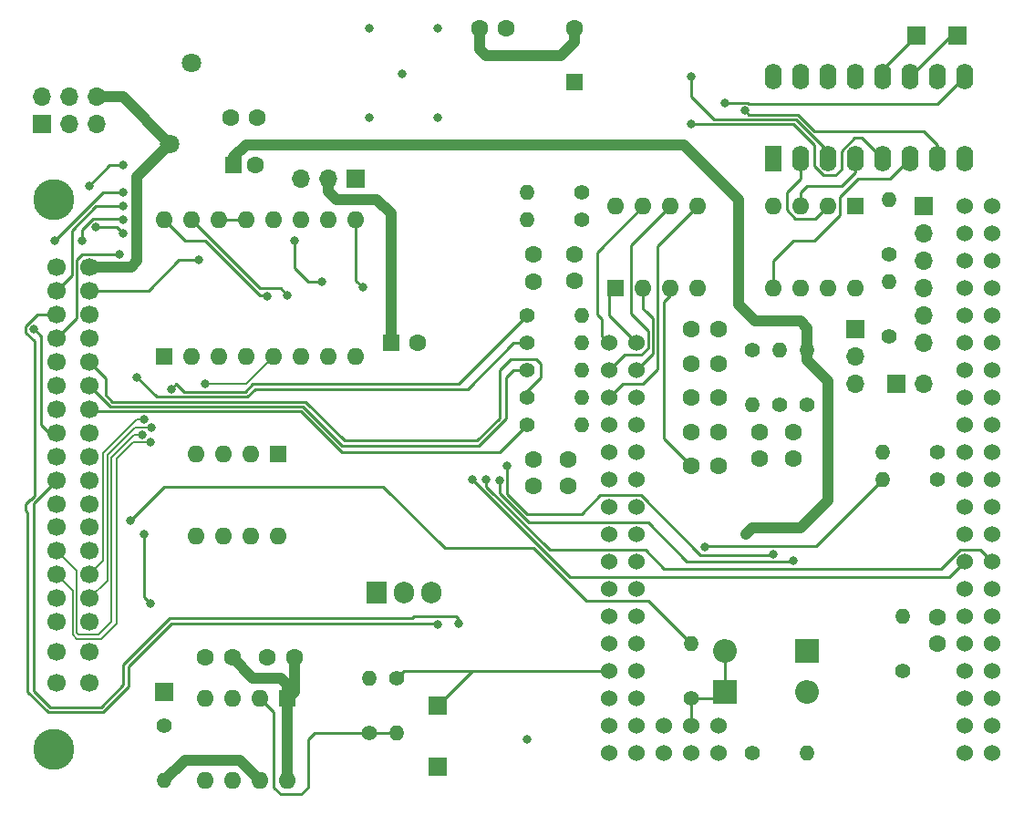
<source format=gbl>
G04 #@! TF.GenerationSoftware,KiCad,Pcbnew,(6.0.1)*
G04 #@! TF.CreationDate,2022-02-28T18:52:36-05:00*
G04 #@! TF.ProjectId,klxecu,6b6c7865-6375-42e6-9b69-6361645f7063,rev?*
G04 #@! TF.SameCoordinates,Original*
G04 #@! TF.FileFunction,Copper,L4,Bot*
G04 #@! TF.FilePolarity,Positive*
%FSLAX46Y46*%
G04 Gerber Fmt 4.6, Leading zero omitted, Abs format (unit mm)*
G04 Created by KiCad (PCBNEW (6.0.1)) date 2022-02-28 18:52:36*
%MOMM*%
%LPD*%
G01*
G04 APERTURE LIST*
G04 #@! TA.AperFunction,ComponentPad*
%ADD10R,1.700000X1.700000*%
G04 #@! TD*
G04 #@! TA.AperFunction,ComponentPad*
%ADD11C,1.524000*%
G04 #@! TD*
G04 #@! TA.AperFunction,ComponentPad*
%ADD12R,1.600000X2.400000*%
G04 #@! TD*
G04 #@! TA.AperFunction,ComponentPad*
%ADD13O,1.600000X2.400000*%
G04 #@! TD*
G04 #@! TA.AperFunction,ComponentPad*
%ADD14C,1.400000*%
G04 #@! TD*
G04 #@! TA.AperFunction,ComponentPad*
%ADD15O,1.400000X1.400000*%
G04 #@! TD*
G04 #@! TA.AperFunction,ComponentPad*
%ADD16R,1.600000X1.600000*%
G04 #@! TD*
G04 #@! TA.AperFunction,ComponentPad*
%ADD17O,1.600000X1.600000*%
G04 #@! TD*
G04 #@! TA.AperFunction,WasherPad*
%ADD18C,3.800000*%
G04 #@! TD*
G04 #@! TA.AperFunction,ComponentPad*
%ADD19C,1.700000*%
G04 #@! TD*
G04 #@! TA.AperFunction,ComponentPad*
%ADD20C,1.800000*%
G04 #@! TD*
G04 #@! TA.AperFunction,ComponentPad*
%ADD21R,1.905000X2.000000*%
G04 #@! TD*
G04 #@! TA.AperFunction,ComponentPad*
%ADD22O,1.905000X2.000000*%
G04 #@! TD*
G04 #@! TA.AperFunction,ComponentPad*
%ADD23O,1.700000X1.700000*%
G04 #@! TD*
G04 #@! TA.AperFunction,ComponentPad*
%ADD24R,2.200000X2.200000*%
G04 #@! TD*
G04 #@! TA.AperFunction,ComponentPad*
%ADD25O,2.200000X2.200000*%
G04 #@! TD*
G04 #@! TA.AperFunction,ComponentPad*
%ADD26C,1.600000*%
G04 #@! TD*
G04 #@! TA.AperFunction,ViaPad*
%ADD27C,0.800000*%
G04 #@! TD*
G04 #@! TA.AperFunction,Conductor*
%ADD28C,0.250000*%
G04 #@! TD*
G04 #@! TA.AperFunction,Conductor*
%ADD29C,1.000000*%
G04 #@! TD*
G04 #@! TA.AperFunction,Conductor*
%ADD30C,0.200000*%
G04 #@! TD*
G04 APERTURE END LIST*
D10*
X125095000Y-40640000D03*
X128905000Y-40640000D03*
D11*
X132080000Y-64135000D03*
X129540000Y-64135000D03*
X132080000Y-61595000D03*
X129540000Y-61595000D03*
X96520000Y-69215000D03*
X99060000Y-69215000D03*
X96520000Y-71755000D03*
X99060000Y-71755000D03*
X96520000Y-74295000D03*
X99060000Y-74295000D03*
X96520000Y-76835000D03*
X99060000Y-76835000D03*
X96520000Y-79375000D03*
X99060000Y-79375000D03*
X96520000Y-81915000D03*
X99060000Y-81915000D03*
X96520000Y-84455000D03*
X99060000Y-84455000D03*
X96520000Y-86995000D03*
X99060000Y-86995000D03*
X129540000Y-66675000D03*
X129540000Y-71755000D03*
X132080000Y-71755000D03*
X129540000Y-74295000D03*
X132080000Y-74295000D03*
X129540000Y-76835000D03*
X132080000Y-76835000D03*
X129540000Y-79375000D03*
X132080000Y-79375000D03*
X129540000Y-81915000D03*
X132080000Y-81915000D03*
X129540000Y-84455000D03*
X132080000Y-84455000D03*
X129540000Y-86995000D03*
X132080000Y-86995000D03*
X129540000Y-89535000D03*
X132080000Y-89535000D03*
X129540000Y-92075000D03*
X132080000Y-92075000D03*
X129540000Y-94615000D03*
X132080000Y-94615000D03*
X129540000Y-97155000D03*
X132080000Y-97155000D03*
X129540000Y-99695000D03*
X132080000Y-99695000D03*
X129540000Y-102235000D03*
X132080000Y-102235000D03*
X129540000Y-104775000D03*
X132080000Y-104775000D03*
X129540000Y-107315000D03*
X132080000Y-107315000D03*
X96520000Y-89535000D03*
X99060000Y-89535000D03*
X96520000Y-92075000D03*
X99060000Y-92075000D03*
X96520000Y-94615000D03*
X99060000Y-94615000D03*
X96520000Y-97155000D03*
X99060000Y-97155000D03*
X96520000Y-99695000D03*
X99060000Y-99695000D03*
X96520000Y-102235000D03*
X99060000Y-102235000D03*
X96520000Y-104775000D03*
X99060000Y-104775000D03*
X96520000Y-107315000D03*
X99060000Y-107315000D03*
X101600000Y-107315000D03*
X101600000Y-104775000D03*
X104140000Y-107315000D03*
X104140000Y-104775000D03*
X106680000Y-107315000D03*
X106680000Y-104775000D03*
X129540000Y-59055000D03*
X132080000Y-59055000D03*
X132080000Y-66675000D03*
X129540000Y-69215000D03*
X132080000Y-69215000D03*
X132080000Y-56515000D03*
X129540000Y-56515000D03*
D12*
X111775000Y-52085000D03*
D13*
X114315000Y-52085000D03*
X116855000Y-52085000D03*
X119395000Y-52085000D03*
X121935000Y-52085000D03*
X124475000Y-52085000D03*
X127015000Y-52085000D03*
X129555000Y-52085000D03*
X129555000Y-44465000D03*
X127015000Y-44465000D03*
X124475000Y-44465000D03*
X121935000Y-44465000D03*
X119395000Y-44465000D03*
X116855000Y-44465000D03*
X114315000Y-44465000D03*
X111775000Y-44465000D03*
D14*
X104140000Y-102235000D03*
D15*
X104140000Y-97155000D03*
D16*
X66675000Y-102235000D03*
D17*
X64135000Y-102235000D03*
X61595000Y-102235000D03*
X59055000Y-102235000D03*
X59055000Y-109855000D03*
X61595000Y-109855000D03*
X64135000Y-109855000D03*
X66675000Y-109855000D03*
D18*
X44960000Y-55940000D03*
X44960000Y-106940000D03*
D19*
X48260000Y-62140000D03*
X48260000Y-64340000D03*
X48260000Y-66540000D03*
X48260000Y-68740000D03*
X48260000Y-70940000D03*
X48260000Y-73140000D03*
X48260000Y-75340000D03*
X48260000Y-77540000D03*
X48260000Y-79740000D03*
X48260000Y-81940000D03*
X48260000Y-84140000D03*
X48260000Y-86340000D03*
X48260000Y-88540000D03*
X48260000Y-90740000D03*
X48260000Y-92940000D03*
X48260000Y-95140000D03*
X48260000Y-97940000D03*
X48260000Y-100740000D03*
X45260000Y-62140000D03*
X45260000Y-64340000D03*
X45260000Y-66540000D03*
X45260000Y-68740000D03*
X45260000Y-70940000D03*
X45260000Y-73140000D03*
X45260000Y-75340000D03*
X45260000Y-77540000D03*
X45260000Y-79740000D03*
X45260000Y-81940000D03*
X45260000Y-84140000D03*
X45260000Y-86340000D03*
X45260000Y-88540000D03*
X45260000Y-90740000D03*
X45260000Y-92940000D03*
X45260000Y-95140000D03*
X45260000Y-97940000D03*
X45260000Y-100740000D03*
D20*
X55755000Y-50740000D03*
X57755000Y-43240000D03*
D14*
X109855000Y-107315000D03*
D15*
X114935000Y-107315000D03*
X55245000Y-109855000D03*
D14*
X55245000Y-104775000D03*
X74295000Y-105410000D03*
D15*
X74295000Y-100330000D03*
D14*
X76835000Y-100330000D03*
D15*
X76835000Y-105410000D03*
X121920000Y-81915000D03*
D14*
X127000000Y-81915000D03*
X127000000Y-79375000D03*
D15*
X121920000Y-79375000D03*
D14*
X123825000Y-99695000D03*
D15*
X123825000Y-94615000D03*
D14*
X88900000Y-76835000D03*
D15*
X93980000Y-76835000D03*
D14*
X88900000Y-66675000D03*
D15*
X93980000Y-66675000D03*
D14*
X88900000Y-71755000D03*
D15*
X93980000Y-71755000D03*
D14*
X93980000Y-57785000D03*
D15*
X88900000Y-57785000D03*
D14*
X109855000Y-69850000D03*
D15*
X109855000Y-74930000D03*
D14*
X88900000Y-74295000D03*
D15*
X93980000Y-74295000D03*
D14*
X88900000Y-69215000D03*
D15*
X93980000Y-69215000D03*
X112395000Y-69850000D03*
D14*
X112395000Y-74930000D03*
D15*
X114935000Y-69850000D03*
D14*
X114935000Y-74930000D03*
X93980000Y-55245000D03*
D15*
X88900000Y-55245000D03*
D14*
X122555000Y-68580000D03*
D15*
X122555000Y-63500000D03*
D14*
X122555000Y-60960000D03*
D15*
X122555000Y-55880000D03*
D21*
X74930000Y-92415000D03*
D22*
X77470000Y-92415000D03*
X80010000Y-92415000D03*
D10*
X123185000Y-73025000D03*
D23*
X125725000Y-73025000D03*
D10*
X73025000Y-53975000D03*
D23*
X70485000Y-53975000D03*
X67945000Y-53975000D03*
D10*
X119380000Y-67960000D03*
D23*
X119380000Y-70500000D03*
X119380000Y-73040000D03*
D10*
X80645000Y-108585000D03*
X55245000Y-101600000D03*
X80645000Y-102870000D03*
D16*
X65760000Y-79515000D03*
D17*
X63220000Y-79515000D03*
X60680000Y-79515000D03*
X58140000Y-79515000D03*
X58140000Y-87135000D03*
X60680000Y-87135000D03*
X63220000Y-87135000D03*
X65760000Y-87135000D03*
D16*
X119370000Y-56525000D03*
D17*
X116830000Y-56525000D03*
X114290000Y-56525000D03*
X111750000Y-56525000D03*
X111750000Y-64145000D03*
X114290000Y-64145000D03*
X116830000Y-64145000D03*
X119370000Y-64145000D03*
D10*
X125730000Y-56515000D03*
D23*
X125730000Y-59055000D03*
X125730000Y-61595000D03*
X125730000Y-64135000D03*
X125730000Y-66675000D03*
X125730000Y-69215000D03*
D10*
X43830000Y-48900000D03*
D23*
X43830000Y-46360000D03*
X46370000Y-48900000D03*
X46370000Y-46360000D03*
X48910000Y-48900000D03*
X48910000Y-46360000D03*
D16*
X97165000Y-64125000D03*
D17*
X99705000Y-64125000D03*
X102245000Y-64125000D03*
X104785000Y-64125000D03*
X104785000Y-56505000D03*
X102245000Y-56505000D03*
X99705000Y-56505000D03*
X97165000Y-56505000D03*
D24*
X107315000Y-101600000D03*
D25*
X114935000Y-101600000D03*
D24*
X114935000Y-97790000D03*
D25*
X107315000Y-97790000D03*
D16*
X76264888Y-69215000D03*
D26*
X78764888Y-69215000D03*
X61565000Y-98415000D03*
X59065000Y-98415000D03*
X67300000Y-98415000D03*
X64800000Y-98415000D03*
X127000000Y-94655000D03*
X127000000Y-97155000D03*
X104160000Y-80645000D03*
X106660000Y-80645000D03*
X104180000Y-67945000D03*
X106680000Y-67945000D03*
X104160000Y-74295000D03*
X106660000Y-74295000D03*
X89535000Y-80030000D03*
X89535000Y-82530000D03*
X89535000Y-61000000D03*
X89535000Y-63500000D03*
X110490000Y-79990000D03*
X110490000Y-77490000D03*
X104160000Y-77470000D03*
X106660000Y-77470000D03*
X104160000Y-71120000D03*
X106660000Y-71120000D03*
X113665000Y-77490000D03*
X113665000Y-79990000D03*
X92710000Y-80030000D03*
X92710000Y-82530000D03*
X93345000Y-63480000D03*
X93345000Y-60980000D03*
D16*
X93345000Y-44947651D03*
D26*
X93345000Y-39947651D03*
X86975000Y-40005000D03*
X84475000Y-40005000D03*
X61385000Y-48260000D03*
X63885000Y-48260000D03*
D16*
X61679888Y-52705000D03*
D26*
X63679888Y-52705000D03*
D16*
X55245000Y-70475000D03*
D17*
X57785000Y-70475000D03*
X60325000Y-70475000D03*
X62865000Y-70475000D03*
X65405000Y-70475000D03*
X67945000Y-70475000D03*
X70485000Y-70475000D03*
X73025000Y-70475000D03*
X73025000Y-57775000D03*
X70485000Y-57775000D03*
X67945000Y-57775000D03*
X65405000Y-57775000D03*
X62865000Y-57775000D03*
X60325000Y-57775000D03*
X57785000Y-57775000D03*
X55245000Y-57775000D03*
D27*
X88900000Y-106045000D03*
X109220000Y-86995000D03*
X80645000Y-95339500D03*
X82550000Y-95250000D03*
X111760000Y-88810500D03*
X87084500Y-80645000D03*
X69850000Y-63500000D03*
X67310000Y-59690000D03*
X51435000Y-52705000D03*
X43090500Y-67945000D03*
X48260000Y-54610000D03*
X113665000Y-89445500D03*
X86332844Y-81938801D03*
X85090000Y-81915000D03*
X83820000Y-81915000D03*
X64770000Y-64859500D03*
X73660000Y-64045500D03*
X66675000Y-64770000D03*
X105420579Y-88175500D03*
X107315000Y-46900500D03*
X104140000Y-44450000D03*
X104140000Y-48895000D03*
X109130500Y-47625000D03*
X45085000Y-59690000D03*
X51435000Y-55245000D03*
X53975000Y-93434500D03*
X53340000Y-86995000D03*
X52070000Y-85725000D03*
X53975000Y-78428551D03*
X53175935Y-77729051D03*
X51435000Y-57785000D03*
X47625000Y-59690000D03*
X52705000Y-72390000D03*
X48895000Y-58420000D03*
X51435000Y-59055000D03*
X53340000Y-76289500D03*
X59055000Y-73025000D03*
X54011811Y-77029551D03*
X58420000Y-61505500D03*
X55880000Y-73491940D03*
X51028540Y-60960000D03*
X51435000Y-56515000D03*
X77355000Y-44215000D03*
X74295000Y-48260000D03*
X80645000Y-48260000D03*
X80645000Y-40005000D03*
X74295000Y-40005000D03*
D28*
X68580000Y-106045000D02*
X69215000Y-105410000D01*
X69215000Y-105410000D02*
X74295000Y-105410000D01*
X68580000Y-110490000D02*
X68580000Y-106045000D01*
X67945000Y-111125000D02*
X68580000Y-110490000D01*
X66040000Y-111125000D02*
X67945000Y-111125000D01*
X65405000Y-110490000D02*
X66040000Y-111125000D01*
X65405000Y-103505000D02*
X65405000Y-110490000D01*
X64135000Y-102235000D02*
X65405000Y-103505000D01*
X74295000Y-105410000D02*
X76835000Y-105410000D01*
X77470000Y-99695000D02*
X76835000Y-100330000D01*
X83820000Y-99695000D02*
X77470000Y-99695000D01*
D29*
X62230000Y-107950000D02*
X64135000Y-109855000D01*
X57150000Y-107950000D02*
X62230000Y-107950000D01*
X55245000Y-109855000D02*
X57150000Y-107950000D01*
D28*
X43470886Y-66540000D02*
X45260000Y-66540000D01*
X42365989Y-67644897D02*
X43470886Y-66540000D01*
X42365989Y-68245103D02*
X42365989Y-67644897D01*
X43180000Y-69059114D02*
X42365989Y-68245103D01*
X43180000Y-83384282D02*
X43180000Y-69059114D01*
X42833793Y-83730489D02*
X43180000Y-83384282D01*
X42790397Y-83730489D02*
X42833793Y-83730489D01*
X42365989Y-84154897D02*
X42790397Y-83730489D01*
X42365989Y-84755103D02*
X42365989Y-84154897D01*
X42545000Y-84934114D02*
X42365989Y-84755103D01*
X44450000Y-103505000D02*
X42545000Y-101600000D01*
X51884520Y-101151198D02*
X49530718Y-103505000D01*
X49530718Y-103505000D02*
X44450000Y-103505000D01*
X51884520Y-99246198D02*
X51884520Y-101151198D01*
X55880718Y-95250000D02*
X51884520Y-99246198D01*
X42545000Y-101600000D02*
X42545000Y-84934114D01*
X80555500Y-95250000D02*
X55880718Y-95250000D01*
X80645000Y-95339500D02*
X80555500Y-95250000D01*
X43090500Y-84109500D02*
X45260000Y-81940000D01*
X43090500Y-101509782D02*
X43090500Y-84109500D01*
X44636198Y-103055480D02*
X43090500Y-101509782D01*
X49344520Y-103055480D02*
X44636198Y-103055480D01*
X51435000Y-99060000D02*
X51435000Y-100965000D01*
X51435000Y-100965000D02*
X49344520Y-103055480D01*
X55694520Y-94800480D02*
X51435000Y-99060000D01*
X78254406Y-94800480D02*
X55694520Y-94800480D01*
X82304587Y-94614989D02*
X78439897Y-94614989D01*
X78439897Y-94614989D02*
X78254406Y-94800480D01*
X82550000Y-94860402D02*
X82304587Y-94614989D01*
X82550000Y-95250000D02*
X82550000Y-94860402D01*
D29*
X66675000Y-102235000D02*
X66675000Y-109855000D01*
X66675000Y-100945000D02*
X66675000Y-102235000D01*
X66050000Y-100320000D02*
X66675000Y-100945000D01*
X61565000Y-98415000D02*
X63470000Y-100320000D01*
X63470000Y-100320000D02*
X66050000Y-100320000D01*
X67300000Y-101610000D02*
X66675000Y-102235000D01*
X67300000Y-98415000D02*
X67300000Y-101610000D01*
D28*
X83820000Y-99695000D02*
X80645000Y-102870000D01*
X96520000Y-99695000D02*
X83820000Y-99695000D01*
X53975000Y-93434500D02*
X53340000Y-92799500D01*
X53340000Y-92799500D02*
X53340000Y-86995000D01*
D29*
X111125000Y-86360000D02*
X109855000Y-86360000D01*
X116840000Y-83820000D02*
X115570000Y-85090000D01*
X115570000Y-85090000D02*
X114300000Y-86360000D01*
X116840000Y-80645000D02*
X116840000Y-83820000D01*
X116840000Y-72744949D02*
X116840000Y-80645000D01*
X114935000Y-70839949D02*
X116840000Y-72744949D01*
X114300000Y-86360000D02*
X111125000Y-86360000D01*
X114935000Y-69850000D02*
X114935000Y-70839949D01*
X109855000Y-86360000D02*
X109220000Y-86995000D01*
D28*
X115749011Y-88085989D02*
X121920000Y-81915000D01*
X105510090Y-88085989D02*
X115749011Y-88085989D01*
X105420579Y-88175500D02*
X105510090Y-88085989D01*
X88901436Y-85090000D02*
X87084500Y-83273064D01*
X87084500Y-83273064D02*
X87084500Y-80645000D01*
X95701511Y-83368489D02*
X93980000Y-85090000D01*
X99510049Y-83368489D02*
X95701511Y-83368489D01*
X105041560Y-88900000D02*
X99510049Y-83368489D01*
X93980000Y-85090000D02*
X88901436Y-85090000D01*
X111670500Y-88900000D02*
X105041560Y-88900000D01*
X111760000Y-88810500D02*
X111670500Y-88900000D01*
D29*
X114935000Y-67799511D02*
X114935000Y-69850000D01*
X110099755Y-67164511D02*
X114300000Y-67164511D01*
X114300000Y-67164511D02*
X114935000Y-67799511D01*
X108585000Y-55880000D02*
X108585000Y-65649756D01*
X103505000Y-50800000D02*
X108585000Y-55880000D01*
X62804399Y-50800000D02*
X103505000Y-50800000D01*
X61679888Y-51924511D02*
X62804399Y-50800000D01*
X108585000Y-65649756D02*
X110099755Y-67164511D01*
D30*
X46710969Y-92190969D02*
X45260000Y-90740000D01*
X46710969Y-96282608D02*
X46710969Y-92190969D01*
X50800000Y-95250000D02*
X49360970Y-96689030D01*
X52311455Y-78428551D02*
X50800000Y-79940006D01*
X50800000Y-79940006D02*
X50800000Y-95250000D01*
X47117391Y-96689030D02*
X46710969Y-96282608D01*
X53975000Y-78428551D02*
X52311455Y-78428551D01*
X49360970Y-96689030D02*
X47117391Y-96689030D01*
X47110489Y-90390489D02*
X45260000Y-88540000D01*
X47110489Y-96117122D02*
X47110489Y-90390489D01*
X47282878Y-96289511D02*
X47110489Y-96117122D01*
X49125489Y-96289511D02*
X47282878Y-96289511D01*
X50334520Y-95080480D02*
X49125489Y-96289511D01*
X50334520Y-89369514D02*
X50334520Y-95080480D01*
X50329040Y-79845960D02*
X50329040Y-89364034D01*
X53175935Y-77729051D02*
X52445949Y-77729051D01*
X50329040Y-89364034D02*
X50334520Y-89369514D01*
X52445949Y-77729051D02*
X50329040Y-79845960D01*
D28*
X43180000Y-67945000D02*
X43090500Y-67945000D01*
X43815000Y-76835000D02*
X43815000Y-68580000D01*
X44520000Y-77540000D02*
X43815000Y-76835000D01*
X43815000Y-68580000D02*
X43180000Y-67945000D01*
X45260000Y-77540000D02*
X44520000Y-77540000D01*
X89533564Y-88265000D02*
X94430075Y-93161511D01*
X94430075Y-93161511D02*
X100146511Y-93161511D01*
X81280000Y-88265000D02*
X89533564Y-88265000D01*
X100146511Y-93161511D02*
X104140000Y-97155000D01*
X55245000Y-82550000D02*
X75565000Y-82550000D01*
X52070000Y-85725000D02*
X55245000Y-82550000D01*
X75565000Y-82550000D02*
X81280000Y-88265000D01*
X100145049Y-85908489D02*
X89084207Y-85908489D01*
X103771560Y-89535000D02*
X100145049Y-85908489D01*
X113575500Y-89535000D02*
X103771560Y-89535000D01*
X89084207Y-85908489D02*
X86332844Y-83157126D01*
X113665000Y-89445500D02*
X113575500Y-89535000D01*
X86332844Y-83157126D02*
X86332844Y-81938801D01*
X92892771Y-90988489D02*
X128086511Y-90988489D01*
X84640480Y-82736198D02*
X92892771Y-90988489D01*
X84640480Y-82735480D02*
X84640480Y-82736198D01*
X83820000Y-81915000D02*
X84640480Y-82735480D01*
X128086511Y-90988489D02*
X129540000Y-89535000D01*
X130993489Y-88448489D02*
X132080000Y-89535000D01*
X129089951Y-88448489D02*
X130993489Y-88448489D01*
X127368440Y-90170000D02*
X129089951Y-88448489D01*
X101600000Y-90170000D02*
X127368440Y-90170000D01*
X99878489Y-88448489D02*
X101600000Y-90170000D01*
X85090000Y-81915000D02*
X85090000Y-82550000D01*
X90988489Y-88448489D02*
X99878489Y-88448489D01*
X85090000Y-82550000D02*
X90988489Y-88448489D01*
X67310000Y-62230000D02*
X67310000Y-59690000D01*
X68580000Y-63500000D02*
X67310000Y-62230000D01*
X69850000Y-63500000D02*
X68580000Y-63500000D01*
X50165000Y-52705000D02*
X51435000Y-52705000D01*
X48260000Y-54610000D02*
X50165000Y-52705000D01*
X64770000Y-64770000D02*
X64770000Y-64859500D01*
X64135000Y-64770000D02*
X64770000Y-64770000D01*
X59055000Y-59690000D02*
X64135000Y-64770000D01*
X55245000Y-57775000D02*
X57160000Y-59690000D01*
X57160000Y-59690000D02*
X59055000Y-59690000D01*
X64145000Y-64135000D02*
X57785000Y-57775000D01*
X66040000Y-64135000D02*
X64145000Y-64135000D01*
X66675000Y-64770000D02*
X66040000Y-64135000D01*
X73025000Y-63410500D02*
X73660000Y-64045500D01*
X73025000Y-57775000D02*
X73025000Y-63410500D01*
X107315000Y-97790000D02*
X107315000Y-101600000D01*
X106680000Y-102235000D02*
X107315000Y-101600000D01*
X104140000Y-102235000D02*
X106680000Y-102235000D01*
X104140000Y-102235000D02*
X104140000Y-104775000D01*
X115585718Y-49530000D02*
X125730000Y-49530000D01*
X125730000Y-49530000D02*
X127015000Y-50815000D01*
X109501460Y-47995960D02*
X114051678Y-47995960D01*
X114051678Y-47995960D02*
X115585718Y-49530000D01*
X127015000Y-50815000D02*
X127015000Y-52085000D01*
X109130500Y-47625000D02*
X109501460Y-47995960D01*
X127030000Y-46990000D02*
X129555000Y-44465000D01*
X109520114Y-46990000D02*
X127030000Y-46990000D01*
X109430614Y-46900500D02*
X109520114Y-46990000D01*
X107315000Y-46900500D02*
X109430614Y-46900500D01*
X116855000Y-51435000D02*
X116855000Y-52085000D01*
X113865480Y-48445480D02*
X116855000Y-51435000D01*
X104140000Y-46355000D02*
X106230480Y-48445480D01*
X104140000Y-44450000D02*
X104140000Y-46355000D01*
X106230480Y-48445480D02*
X113865480Y-48445480D01*
X120015000Y-50165000D02*
X121935000Y-52085000D01*
X118110000Y-51379689D02*
X119324689Y-50165000D01*
X118110000Y-53111271D02*
X118110000Y-51379689D01*
X116436830Y-53657141D02*
X117564130Y-53657141D01*
X115570000Y-52790311D02*
X116436830Y-53657141D01*
X119324689Y-50165000D02*
X120015000Y-50165000D01*
X113665000Y-48895000D02*
X115570000Y-50800000D01*
X104140000Y-48895000D02*
X113665000Y-48895000D01*
X117564130Y-53657141D02*
X118110000Y-53111271D01*
X115570000Y-50800000D02*
X115570000Y-52790311D01*
X121935000Y-43800000D02*
X121935000Y-44465000D01*
X125095000Y-40640000D02*
X121935000Y-43800000D01*
X128300000Y-40640000D02*
X128905000Y-40640000D01*
X124475000Y-44465000D02*
X128300000Y-40640000D01*
X111750000Y-61605000D02*
X111750000Y-64145000D01*
X115570000Y-59690000D02*
X113665000Y-59690000D01*
X117954511Y-57305489D02*
X115570000Y-59690000D01*
X117954511Y-55691467D02*
X117954511Y-57305489D01*
X119670978Y-53975000D02*
X117954511Y-55691467D01*
X113665000Y-59690000D02*
X111750000Y-61605000D01*
X122585000Y-53975000D02*
X119670978Y-53975000D01*
X124475000Y-52085000D02*
X122585000Y-53975000D01*
X113824211Y-57649511D02*
X115705489Y-57649511D01*
X113030000Y-56855300D02*
X113824211Y-57649511D01*
X113030000Y-55245000D02*
X113030000Y-56855300D01*
X114315000Y-53960000D02*
X113030000Y-55245000D01*
X115705489Y-57649511D02*
X116830000Y-56525000D01*
X114315000Y-52085000D02*
X114315000Y-53960000D01*
X118110000Y-54610000D02*
X119395000Y-53325000D01*
X114935000Y-54610000D02*
X118110000Y-54610000D01*
X119395000Y-53325000D02*
X119395000Y-52085000D01*
X114290000Y-55255000D02*
X114935000Y-54610000D01*
X114290000Y-56525000D02*
X114290000Y-55255000D01*
X45085000Y-59689282D02*
X49529282Y-55245000D01*
X45085000Y-59690000D02*
X45085000Y-59689282D01*
X49529282Y-55245000D02*
X51435000Y-55245000D01*
X60325000Y-57775000D02*
X62865000Y-57775000D01*
D29*
X92075000Y-42545000D02*
X93345000Y-41275000D01*
X85090000Y-42545000D02*
X92075000Y-42545000D01*
X84475000Y-41930000D02*
X85090000Y-42545000D01*
X93345000Y-41275000D02*
X93345000Y-39947651D01*
X84475000Y-40005000D02*
X84475000Y-41930000D01*
D28*
X88900000Y-73660000D02*
X88900000Y-74295000D01*
X90170000Y-72390000D02*
X88900000Y-73660000D01*
X90170000Y-71120000D02*
X90170000Y-72390000D01*
X86359641Y-71755718D02*
X87384870Y-70730489D01*
X68315960Y-74665960D02*
X71940480Y-78290480D01*
X84268802Y-78290480D02*
X86359641Y-76199641D01*
X50421678Y-74665960D02*
X68315960Y-74665960D01*
X49790359Y-74034641D02*
X50421678Y-74665960D01*
X49790359Y-72470359D02*
X49790359Y-74034641D01*
X87384870Y-70730489D02*
X89780489Y-70730489D01*
X71940480Y-78290480D02*
X84268802Y-78290480D01*
X89780489Y-70730489D02*
X90170000Y-71120000D01*
X86359641Y-76199641D02*
X86359641Y-71755718D01*
X48260000Y-70940000D02*
X49790359Y-72470359D01*
X71717729Y-78740000D02*
X84455000Y-78740000D01*
X50235469Y-75115469D02*
X68093198Y-75115469D01*
X68093198Y-75115469D02*
X71717729Y-78740000D01*
X86995000Y-72390000D02*
X87630000Y-71755000D01*
X48260000Y-73140000D02*
X50235469Y-75115469D01*
X84455000Y-78740000D02*
X86995000Y-76200000D01*
X86995000Y-76200000D02*
X86995000Y-72390000D01*
X87630000Y-71755000D02*
X88900000Y-71755000D01*
X86360000Y-79375000D02*
X88900000Y-76835000D01*
X71717011Y-79375000D02*
X86360000Y-79375000D01*
X48484989Y-75564989D02*
X67907000Y-75564989D01*
X67907000Y-75564989D02*
X71717011Y-79375000D01*
X48260000Y-75340000D02*
X48484989Y-75564989D01*
X63641560Y-73474520D02*
X83369762Y-73474520D01*
X62899629Y-74216451D02*
X63641560Y-73474520D01*
X83369762Y-73474520D02*
X87629282Y-69215000D01*
X87629282Y-69215000D02*
X88900000Y-69215000D01*
X52705000Y-72390000D02*
X54531451Y-74216451D01*
X54531451Y-74216451D02*
X62899629Y-74216451D01*
X62730851Y-73749511D02*
X63455362Y-73025000D01*
X57071451Y-73749511D02*
X62730851Y-73749511D01*
X82550000Y-73025000D02*
X88900000Y-66675000D01*
X56346940Y-73025000D02*
X57071451Y-73749511D01*
X55880000Y-73491940D02*
X56346940Y-73025000D01*
X63455362Y-73025000D02*
X82550000Y-73025000D01*
D30*
X49935000Y-91265000D02*
X48260000Y-92940000D01*
X49935000Y-89535000D02*
X49935000Y-91265000D01*
X49929520Y-89529520D02*
X49935000Y-89535000D01*
X49929520Y-79610480D02*
X49929520Y-89529520D01*
X52510449Y-77029551D02*
X49929520Y-79610480D01*
X54011811Y-77029551D02*
X52510449Y-77029551D01*
X49530000Y-89470000D02*
X48260000Y-90740000D01*
X49530000Y-79444994D02*
X49530000Y-89470000D01*
X52685494Y-76289500D02*
X49530000Y-79444994D01*
X53340000Y-76289500D02*
X52685494Y-76289500D01*
D28*
X51345489Y-57695489D02*
X51435000Y-57785000D01*
X47625000Y-59690000D02*
X47625000Y-58665386D01*
X48594897Y-57695489D02*
X51345489Y-57695489D01*
X47625000Y-58665386D02*
X48594897Y-57695489D01*
X50800000Y-58420000D02*
X51435000Y-59055000D01*
X48895000Y-58420000D02*
X50800000Y-58420000D01*
D30*
X62855000Y-73025000D02*
X65405000Y-70475000D01*
X59055000Y-73025000D02*
X62855000Y-73025000D01*
D28*
X56604500Y-61505500D02*
X53770000Y-64340000D01*
X58420000Y-61505500D02*
X56604500Y-61505500D01*
X53770000Y-64340000D02*
X48260000Y-64340000D01*
D29*
X76264888Y-57214888D02*
X76264888Y-69215000D01*
X71187919Y-55880000D02*
X74930000Y-55880000D01*
X70485000Y-55177081D02*
X71187919Y-55880000D01*
X74930000Y-55880000D02*
X76264888Y-57214888D01*
X70485000Y-53975000D02*
X70485000Y-55177081D01*
D28*
X46635969Y-62964031D02*
X45260000Y-64340000D01*
X46635969Y-58774031D02*
X46635969Y-62964031D01*
X48895000Y-56515000D02*
X46635969Y-58774031D01*
X51435000Y-56515000D02*
X48895000Y-56515000D01*
X47625000Y-60960000D02*
X51028540Y-60960000D01*
X47085489Y-61499511D02*
X47625000Y-60960000D01*
X47085489Y-66914511D02*
X47085489Y-61499511D01*
X45260000Y-68740000D02*
X47085489Y-66914511D01*
D29*
X52705000Y-61595000D02*
X52160000Y-62140000D01*
X52705000Y-53790000D02*
X52705000Y-61595000D01*
X55755000Y-50740000D02*
X52705000Y-53790000D01*
X52160000Y-62140000D02*
X48260000Y-62140000D01*
X51375000Y-46360000D02*
X48910000Y-46360000D01*
X55755000Y-50740000D02*
X51375000Y-46360000D01*
D28*
X101045551Y-60244449D02*
X104785000Y-56505000D01*
X101045551Y-71674449D02*
X101045551Y-60244449D01*
X99695000Y-73025000D02*
X101045551Y-71674449D01*
X97790000Y-73025000D02*
X99695000Y-73025000D01*
X96520000Y-74295000D02*
X97790000Y-73025000D01*
X101600000Y-78085000D02*
X104160000Y-80645000D01*
X101600000Y-65405000D02*
X101600000Y-78085000D01*
X102245000Y-64125000D02*
X102245000Y-64760000D01*
X102245000Y-64760000D02*
X101600000Y-65405000D01*
X99510049Y-70301511D02*
X97973489Y-70301511D01*
X100146511Y-69665049D02*
X99510049Y-70301511D01*
X97973489Y-70301511D02*
X96520000Y-71755000D01*
X100146511Y-68081811D02*
X100146511Y-69665049D01*
X98580489Y-66515789D02*
X100146511Y-68081811D01*
X102245000Y-56505000D02*
X98580489Y-60169511D01*
X98580489Y-60169511D02*
X98580489Y-66515789D01*
X99705000Y-64125000D02*
X99705000Y-66050000D01*
X100012500Y-66357500D02*
X100596031Y-66941031D01*
X99705000Y-66050000D02*
X100012500Y-66357500D01*
X96520000Y-64770000D02*
X97165000Y-64125000D01*
X96520000Y-66675000D02*
X96520000Y-64770000D01*
X99060000Y-69215000D02*
X96520000Y-66675000D01*
X95395489Y-60814511D02*
X99705000Y-56505000D01*
X95395489Y-66529511D02*
X95395489Y-60814511D01*
X95885000Y-68580000D02*
X96520000Y-69215000D01*
X95395489Y-66529511D02*
X95885000Y-67019022D01*
X95885000Y-67019022D02*
X95885000Y-68580000D01*
X100596031Y-66941031D02*
X100596031Y-70218969D01*
X100596031Y-70218969D02*
X99060000Y-71755000D01*
M02*

</source>
